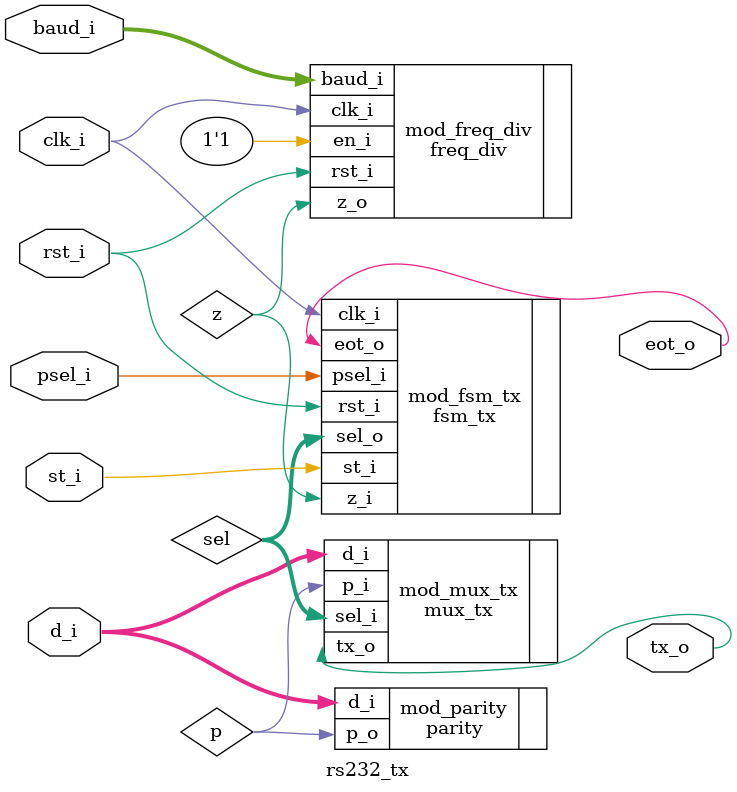
<source format=v>

module rs232_tx #(
  parameter Width = 15
) (
  input              clk_i,  // Reloj del sistema
  input              rst_i,  // Reset del sistema
  input              st_i,   // Start
  input        [7:0] d_i,    // Datos de entrada
  input  [Width-1:0] baud_i, // Selector de paridad
  input              psel_i, // Selector de paridad
  output             tx_o,   // Transmision
  output             eot_o   // Fin de transmision  
);

  wire       z;
  wire       p; 
  wire [3:0] sel; 

  mux_tx mod_mux_tx (
    .d_i(d_i),
    .p_i(p),
    .sel_i(sel),
    .tx_o(tx_o)
  );

  parity mod_parity (
    .d_i(d_i), 
    .p_o(p)
  );

  fsm_tx mod_fsm_tx (
    .clk_i(clk_i),
    .rst_i(rst_i),
    .st_i(st_i),
    .z_i(z),
    .psel_i(psel_i),
    .sel_o(sel),
    .eot_o(eot_o)
  );

  freq_div #(.Width(Width)) mod_freq_div (
    .clk_i(clk_i),
    .rst_i(rst_i),
    .en_i(1'b1),
    .baud_i(baud_i),
    .z_o(z)
  );

endmodule

</source>
